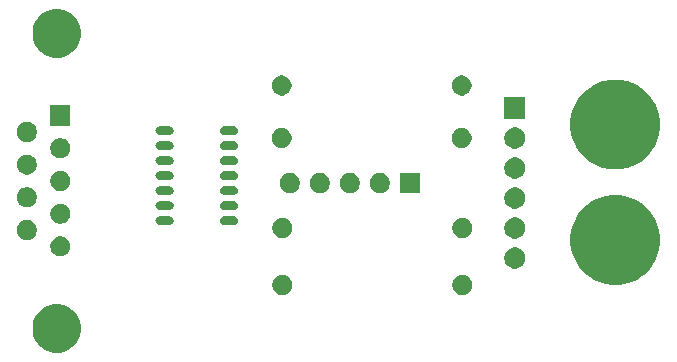
<source format=gbr>
G04 #@! TF.GenerationSoftware,KiCad,Pcbnew,(5.1.5-0-10_14)*
G04 #@! TF.CreationDate,2020-10-19T13:07:17+11:00*
G04 #@! TF.ProjectId,Atari-Tandy Joystick Adapter,41746172-692d-4546-916e-6479204a6f79,rev?*
G04 #@! TF.SameCoordinates,Original*
G04 #@! TF.FileFunction,Soldermask,Top*
G04 #@! TF.FilePolarity,Negative*
%FSLAX46Y46*%
G04 Gerber Fmt 4.6, Leading zero omitted, Abs format (unit mm)*
G04 Created by KiCad (PCBNEW (5.1.5-0-10_14)) date 2020-10-19 13:07:17*
%MOMM*%
%LPD*%
G04 APERTURE LIST*
%ADD10C,0.100000*%
G04 APERTURE END LIST*
D10*
G36*
X60750254Y-64073818D02*
G01*
X61123511Y-64228426D01*
X61123513Y-64228427D01*
X61459436Y-64452884D01*
X61745116Y-64738564D01*
X61969574Y-65074489D01*
X62124182Y-65447746D01*
X62203000Y-65843993D01*
X62203000Y-66248007D01*
X62124182Y-66644254D01*
X61969574Y-67017511D01*
X61969573Y-67017513D01*
X61745116Y-67353436D01*
X61459436Y-67639116D01*
X61123513Y-67863573D01*
X61123512Y-67863574D01*
X61123511Y-67863574D01*
X60750254Y-68018182D01*
X60354007Y-68097000D01*
X59949993Y-68097000D01*
X59553746Y-68018182D01*
X59180489Y-67863574D01*
X59180488Y-67863574D01*
X59180487Y-67863573D01*
X58844564Y-67639116D01*
X58558884Y-67353436D01*
X58334427Y-67017513D01*
X58334426Y-67017511D01*
X58179818Y-66644254D01*
X58101000Y-66248007D01*
X58101000Y-65843993D01*
X58179818Y-65447746D01*
X58334426Y-65074489D01*
X58558884Y-64738564D01*
X58844564Y-64452884D01*
X59180487Y-64228427D01*
X59180489Y-64228426D01*
X59553746Y-64073818D01*
X59949993Y-63995000D01*
X60354007Y-63995000D01*
X60750254Y-64073818D01*
G37*
G36*
X94736228Y-61538703D02*
G01*
X94891100Y-61602853D01*
X95030481Y-61695985D01*
X95149015Y-61814519D01*
X95242147Y-61953900D01*
X95306297Y-62108772D01*
X95339000Y-62273184D01*
X95339000Y-62440816D01*
X95306297Y-62605228D01*
X95242147Y-62760100D01*
X95149015Y-62899481D01*
X95030481Y-63018015D01*
X94891100Y-63111147D01*
X94736228Y-63175297D01*
X94571816Y-63208000D01*
X94404184Y-63208000D01*
X94239772Y-63175297D01*
X94084900Y-63111147D01*
X93945519Y-63018015D01*
X93826985Y-62899481D01*
X93733853Y-62760100D01*
X93669703Y-62605228D01*
X93637000Y-62440816D01*
X93637000Y-62273184D01*
X93669703Y-62108772D01*
X93733853Y-61953900D01*
X93826985Y-61814519D01*
X93945519Y-61695985D01*
X94084900Y-61602853D01*
X94239772Y-61538703D01*
X94404184Y-61506000D01*
X94571816Y-61506000D01*
X94736228Y-61538703D01*
G37*
G36*
X79496228Y-61538703D02*
G01*
X79651100Y-61602853D01*
X79790481Y-61695985D01*
X79909015Y-61814519D01*
X80002147Y-61953900D01*
X80066297Y-62108772D01*
X80099000Y-62273184D01*
X80099000Y-62440816D01*
X80066297Y-62605228D01*
X80002147Y-62760100D01*
X79909015Y-62899481D01*
X79790481Y-63018015D01*
X79651100Y-63111147D01*
X79496228Y-63175297D01*
X79331816Y-63208000D01*
X79164184Y-63208000D01*
X78999772Y-63175297D01*
X78844900Y-63111147D01*
X78705519Y-63018015D01*
X78586985Y-62899481D01*
X78493853Y-62760100D01*
X78429703Y-62605228D01*
X78397000Y-62440816D01*
X78397000Y-62273184D01*
X78429703Y-62108772D01*
X78493853Y-61953900D01*
X78586985Y-61814519D01*
X78705519Y-61695985D01*
X78844900Y-61602853D01*
X78999772Y-61538703D01*
X79164184Y-61506000D01*
X79331816Y-61506000D01*
X79496228Y-61538703D01*
G37*
G36*
X108550710Y-54892070D02*
G01*
X109242447Y-55178597D01*
X109394325Y-55280079D01*
X109864996Y-55594571D01*
X110394429Y-56124004D01*
X110672374Y-56539978D01*
X110810403Y-56746553D01*
X111096930Y-57438290D01*
X111243000Y-58172633D01*
X111243000Y-58921367D01*
X111096930Y-59655710D01*
X110810403Y-60347447D01*
X110810402Y-60347448D01*
X110394429Y-60969996D01*
X109864996Y-61499429D01*
X109570829Y-61695985D01*
X109242447Y-61915403D01*
X108550710Y-62201930D01*
X107816367Y-62348000D01*
X107067633Y-62348000D01*
X106333290Y-62201930D01*
X105641553Y-61915403D01*
X105313171Y-61695985D01*
X105019004Y-61499429D01*
X104489571Y-60969996D01*
X104073598Y-60347448D01*
X104073597Y-60347447D01*
X103787070Y-59655710D01*
X103641000Y-58921367D01*
X103641000Y-58172633D01*
X103787070Y-57438290D01*
X104073597Y-56746553D01*
X104211626Y-56539978D01*
X104489571Y-56124004D01*
X105019004Y-55594571D01*
X105489675Y-55280079D01*
X105641553Y-55178597D01*
X106333290Y-54892070D01*
X107067633Y-54746000D01*
X107816367Y-54746000D01*
X108550710Y-54892070D01*
G37*
G36*
X99046512Y-59174927D02*
G01*
X99195812Y-59204624D01*
X99359784Y-59272544D01*
X99507354Y-59371147D01*
X99632853Y-59496646D01*
X99731456Y-59644216D01*
X99799376Y-59808188D01*
X99834000Y-59982259D01*
X99834000Y-60159741D01*
X99799376Y-60333812D01*
X99731456Y-60497784D01*
X99632853Y-60645354D01*
X99507354Y-60770853D01*
X99359784Y-60869456D01*
X99195812Y-60937376D01*
X99046512Y-60967073D01*
X99021742Y-60972000D01*
X98844258Y-60972000D01*
X98819488Y-60967073D01*
X98670188Y-60937376D01*
X98506216Y-60869456D01*
X98358646Y-60770853D01*
X98233147Y-60645354D01*
X98134544Y-60497784D01*
X98066624Y-60333812D01*
X98032000Y-60159741D01*
X98032000Y-59982259D01*
X98066624Y-59808188D01*
X98134544Y-59644216D01*
X98233147Y-59496646D01*
X98358646Y-59371147D01*
X98506216Y-59272544D01*
X98670188Y-59204624D01*
X98819488Y-59174927D01*
X98844258Y-59170000D01*
X99021742Y-59170000D01*
X99046512Y-59174927D01*
G37*
G36*
X60700228Y-58267703D02*
G01*
X60855100Y-58331853D01*
X60994481Y-58424985D01*
X61113015Y-58543519D01*
X61206147Y-58682900D01*
X61270297Y-58837772D01*
X61303000Y-59002184D01*
X61303000Y-59169816D01*
X61270297Y-59334228D01*
X61206147Y-59489100D01*
X61113015Y-59628481D01*
X60994481Y-59747015D01*
X60855100Y-59840147D01*
X60700228Y-59904297D01*
X60535816Y-59937000D01*
X60368184Y-59937000D01*
X60203772Y-59904297D01*
X60048900Y-59840147D01*
X59909519Y-59747015D01*
X59790985Y-59628481D01*
X59697853Y-59489100D01*
X59633703Y-59334228D01*
X59601000Y-59169816D01*
X59601000Y-59002184D01*
X59633703Y-58837772D01*
X59697853Y-58682900D01*
X59790985Y-58543519D01*
X59909519Y-58424985D01*
X60048900Y-58331853D01*
X60203772Y-58267703D01*
X60368184Y-58235000D01*
X60535816Y-58235000D01*
X60700228Y-58267703D01*
G37*
G36*
X57860228Y-56882703D02*
G01*
X58015100Y-56946853D01*
X58154481Y-57039985D01*
X58273015Y-57158519D01*
X58366147Y-57297900D01*
X58430297Y-57452772D01*
X58463000Y-57617184D01*
X58463000Y-57784816D01*
X58430297Y-57949228D01*
X58366147Y-58104100D01*
X58273015Y-58243481D01*
X58154481Y-58362015D01*
X58015100Y-58455147D01*
X57860228Y-58519297D01*
X57695816Y-58552000D01*
X57528184Y-58552000D01*
X57363772Y-58519297D01*
X57208900Y-58455147D01*
X57069519Y-58362015D01*
X56950985Y-58243481D01*
X56857853Y-58104100D01*
X56793703Y-57949228D01*
X56761000Y-57784816D01*
X56761000Y-57617184D01*
X56793703Y-57452772D01*
X56857853Y-57297900D01*
X56950985Y-57158519D01*
X57069519Y-57039985D01*
X57208900Y-56946853D01*
X57363772Y-56882703D01*
X57528184Y-56850000D01*
X57695816Y-56850000D01*
X57860228Y-56882703D01*
G37*
G36*
X99046512Y-56634927D02*
G01*
X99195812Y-56664624D01*
X99359784Y-56732544D01*
X99507354Y-56831147D01*
X99632853Y-56956646D01*
X99731456Y-57104216D01*
X99799376Y-57268188D01*
X99829073Y-57417488D01*
X99833211Y-57438289D01*
X99834000Y-57442259D01*
X99834000Y-57619741D01*
X99799376Y-57793812D01*
X99731456Y-57957784D01*
X99632853Y-58105354D01*
X99507354Y-58230853D01*
X99359784Y-58329456D01*
X99195812Y-58397376D01*
X99046512Y-58427073D01*
X99021742Y-58432000D01*
X98844258Y-58432000D01*
X98819488Y-58427073D01*
X98670188Y-58397376D01*
X98506216Y-58329456D01*
X98358646Y-58230853D01*
X98233147Y-58105354D01*
X98134544Y-57957784D01*
X98066624Y-57793812D01*
X98032000Y-57619741D01*
X98032000Y-57442259D01*
X98032790Y-57438289D01*
X98036927Y-57417488D01*
X98066624Y-57268188D01*
X98134544Y-57104216D01*
X98233147Y-56956646D01*
X98358646Y-56831147D01*
X98506216Y-56732544D01*
X98670188Y-56664624D01*
X98819488Y-56634927D01*
X98844258Y-56630000D01*
X99021742Y-56630000D01*
X99046512Y-56634927D01*
G37*
G36*
X94736228Y-56712703D02*
G01*
X94891100Y-56776853D01*
X95030481Y-56869985D01*
X95149015Y-56988519D01*
X95242147Y-57127900D01*
X95306297Y-57282772D01*
X95339000Y-57447184D01*
X95339000Y-57614816D01*
X95306297Y-57779228D01*
X95242147Y-57934100D01*
X95149015Y-58073481D01*
X95030481Y-58192015D01*
X94891100Y-58285147D01*
X94736228Y-58349297D01*
X94571816Y-58382000D01*
X94404184Y-58382000D01*
X94239772Y-58349297D01*
X94084900Y-58285147D01*
X93945519Y-58192015D01*
X93826985Y-58073481D01*
X93733853Y-57934100D01*
X93669703Y-57779228D01*
X93637000Y-57614816D01*
X93637000Y-57447184D01*
X93669703Y-57282772D01*
X93733853Y-57127900D01*
X93826985Y-56988519D01*
X93945519Y-56869985D01*
X94084900Y-56776853D01*
X94239772Y-56712703D01*
X94404184Y-56680000D01*
X94571816Y-56680000D01*
X94736228Y-56712703D01*
G37*
G36*
X79496228Y-56712703D02*
G01*
X79651100Y-56776853D01*
X79790481Y-56869985D01*
X79909015Y-56988519D01*
X80002147Y-57127900D01*
X80066297Y-57282772D01*
X80099000Y-57447184D01*
X80099000Y-57614816D01*
X80066297Y-57779228D01*
X80002147Y-57934100D01*
X79909015Y-58073481D01*
X79790481Y-58192015D01*
X79651100Y-58285147D01*
X79496228Y-58349297D01*
X79331816Y-58382000D01*
X79164184Y-58382000D01*
X78999772Y-58349297D01*
X78844900Y-58285147D01*
X78705519Y-58192015D01*
X78586985Y-58073481D01*
X78493853Y-57934100D01*
X78429703Y-57779228D01*
X78397000Y-57614816D01*
X78397000Y-57447184D01*
X78429703Y-57282772D01*
X78493853Y-57127900D01*
X78586985Y-56988519D01*
X78705519Y-56869985D01*
X78844900Y-56776853D01*
X78999772Y-56712703D01*
X79164184Y-56680000D01*
X79331816Y-56680000D01*
X79496228Y-56712703D01*
G37*
G36*
X75227805Y-56550079D02*
G01*
X75293973Y-56570151D01*
X75354946Y-56602742D01*
X75408394Y-56646605D01*
X75452257Y-56700053D01*
X75484848Y-56761026D01*
X75504920Y-56827194D01*
X75511696Y-56896000D01*
X75504920Y-56964806D01*
X75484848Y-57030974D01*
X75452257Y-57091947D01*
X75408394Y-57145395D01*
X75354946Y-57189258D01*
X75293973Y-57221849D01*
X75227805Y-57241921D01*
X75176243Y-57246999D01*
X74291753Y-57246999D01*
X74240191Y-57241921D01*
X74174023Y-57221849D01*
X74113050Y-57189258D01*
X74059602Y-57145395D01*
X74015739Y-57091947D01*
X73983148Y-57030974D01*
X73963076Y-56964806D01*
X73956300Y-56896000D01*
X73963076Y-56827194D01*
X73983148Y-56761026D01*
X74015739Y-56700053D01*
X74059602Y-56646605D01*
X74113050Y-56602742D01*
X74174023Y-56570151D01*
X74240191Y-56550079D01*
X74291753Y-56545001D01*
X75176243Y-56545001D01*
X75227805Y-56550079D01*
G37*
G36*
X69777806Y-56550079D02*
G01*
X69843974Y-56570151D01*
X69904947Y-56602742D01*
X69958395Y-56646605D01*
X70002258Y-56700053D01*
X70034849Y-56761026D01*
X70054921Y-56827194D01*
X70061697Y-56896000D01*
X70054921Y-56964806D01*
X70034849Y-57030974D01*
X70002258Y-57091947D01*
X69958395Y-57145395D01*
X69904947Y-57189258D01*
X69843974Y-57221849D01*
X69777806Y-57241921D01*
X69726244Y-57246999D01*
X68841754Y-57246999D01*
X68790192Y-57241921D01*
X68724024Y-57221849D01*
X68663051Y-57189258D01*
X68609603Y-57145395D01*
X68565740Y-57091947D01*
X68533149Y-57030974D01*
X68513077Y-56964806D01*
X68506301Y-56896000D01*
X68513077Y-56827194D01*
X68533149Y-56761026D01*
X68565740Y-56700053D01*
X68609603Y-56646605D01*
X68663051Y-56602742D01*
X68724024Y-56570151D01*
X68790192Y-56550079D01*
X68841754Y-56545001D01*
X69726244Y-56545001D01*
X69777806Y-56550079D01*
G37*
G36*
X60700228Y-55497703D02*
G01*
X60855100Y-55561853D01*
X60994481Y-55654985D01*
X61113015Y-55773519D01*
X61206147Y-55912900D01*
X61270297Y-56067772D01*
X61303000Y-56232184D01*
X61303000Y-56399816D01*
X61270297Y-56564228D01*
X61206147Y-56719100D01*
X61113015Y-56858481D01*
X60994481Y-56977015D01*
X60855100Y-57070147D01*
X60700228Y-57134297D01*
X60535816Y-57167000D01*
X60368184Y-57167000D01*
X60203772Y-57134297D01*
X60048900Y-57070147D01*
X59909519Y-56977015D01*
X59790985Y-56858481D01*
X59697853Y-56719100D01*
X59633703Y-56564228D01*
X59601000Y-56399816D01*
X59601000Y-56232184D01*
X59633703Y-56067772D01*
X59697853Y-55912900D01*
X59790985Y-55773519D01*
X59909519Y-55654985D01*
X60048900Y-55561853D01*
X60203772Y-55497703D01*
X60368184Y-55465000D01*
X60535816Y-55465000D01*
X60700228Y-55497703D01*
G37*
G36*
X75227805Y-55280079D02*
G01*
X75293973Y-55300151D01*
X75354946Y-55332742D01*
X75408394Y-55376605D01*
X75452257Y-55430053D01*
X75484848Y-55491026D01*
X75484849Y-55491029D01*
X75486874Y-55497705D01*
X75504920Y-55557194D01*
X75511696Y-55626000D01*
X75504920Y-55694806D01*
X75484848Y-55760974D01*
X75452257Y-55821947D01*
X75408394Y-55875395D01*
X75354946Y-55919258D01*
X75293973Y-55951849D01*
X75227805Y-55971921D01*
X75176243Y-55976999D01*
X74291753Y-55976999D01*
X74240191Y-55971921D01*
X74174023Y-55951849D01*
X74113050Y-55919258D01*
X74059602Y-55875395D01*
X74015739Y-55821947D01*
X73983148Y-55760974D01*
X73963076Y-55694806D01*
X73956300Y-55626000D01*
X73963076Y-55557194D01*
X73981122Y-55497705D01*
X73983147Y-55491029D01*
X73983148Y-55491026D01*
X74015739Y-55430053D01*
X74059602Y-55376605D01*
X74113050Y-55332742D01*
X74174023Y-55300151D01*
X74240191Y-55280079D01*
X74291753Y-55275001D01*
X75176243Y-55275001D01*
X75227805Y-55280079D01*
G37*
G36*
X69777806Y-55280079D02*
G01*
X69843974Y-55300151D01*
X69904947Y-55332742D01*
X69958395Y-55376605D01*
X70002258Y-55430053D01*
X70034849Y-55491026D01*
X70034850Y-55491029D01*
X70036875Y-55497705D01*
X70054921Y-55557194D01*
X70061697Y-55626000D01*
X70054921Y-55694806D01*
X70034849Y-55760974D01*
X70002258Y-55821947D01*
X69958395Y-55875395D01*
X69904947Y-55919258D01*
X69843974Y-55951849D01*
X69777806Y-55971921D01*
X69726244Y-55976999D01*
X68841754Y-55976999D01*
X68790192Y-55971921D01*
X68724024Y-55951849D01*
X68663051Y-55919258D01*
X68609603Y-55875395D01*
X68565740Y-55821947D01*
X68533149Y-55760974D01*
X68513077Y-55694806D01*
X68506301Y-55626000D01*
X68513077Y-55557194D01*
X68531123Y-55497705D01*
X68533148Y-55491029D01*
X68533149Y-55491026D01*
X68565740Y-55430053D01*
X68609603Y-55376605D01*
X68663051Y-55332742D01*
X68724024Y-55300151D01*
X68790192Y-55280079D01*
X68841754Y-55275001D01*
X69726244Y-55275001D01*
X69777806Y-55280079D01*
G37*
G36*
X99046512Y-54094927D02*
G01*
X99195812Y-54124624D01*
X99359784Y-54192544D01*
X99507354Y-54291147D01*
X99632853Y-54416646D01*
X99731456Y-54564216D01*
X99799376Y-54728188D01*
X99834000Y-54902259D01*
X99834000Y-55079741D01*
X99799376Y-55253812D01*
X99731456Y-55417784D01*
X99632853Y-55565354D01*
X99507354Y-55690853D01*
X99359784Y-55789456D01*
X99195812Y-55857376D01*
X99046512Y-55887073D01*
X99021742Y-55892000D01*
X98844258Y-55892000D01*
X98819488Y-55887073D01*
X98670188Y-55857376D01*
X98506216Y-55789456D01*
X98358646Y-55690853D01*
X98233147Y-55565354D01*
X98134544Y-55417784D01*
X98066624Y-55253812D01*
X98032000Y-55079741D01*
X98032000Y-54902259D01*
X98066624Y-54728188D01*
X98134544Y-54564216D01*
X98233147Y-54416646D01*
X98358646Y-54291147D01*
X98506216Y-54192544D01*
X98670188Y-54124624D01*
X98819488Y-54094927D01*
X98844258Y-54090000D01*
X99021742Y-54090000D01*
X99046512Y-54094927D01*
G37*
G36*
X57860228Y-54112703D02*
G01*
X58015100Y-54176853D01*
X58154481Y-54269985D01*
X58273015Y-54388519D01*
X58366147Y-54527900D01*
X58430297Y-54682772D01*
X58463000Y-54847184D01*
X58463000Y-55014816D01*
X58430297Y-55179228D01*
X58366147Y-55334100D01*
X58273015Y-55473481D01*
X58154481Y-55592015D01*
X58015100Y-55685147D01*
X57860228Y-55749297D01*
X57695816Y-55782000D01*
X57528184Y-55782000D01*
X57363772Y-55749297D01*
X57208900Y-55685147D01*
X57069519Y-55592015D01*
X56950985Y-55473481D01*
X56857853Y-55334100D01*
X56793703Y-55179228D01*
X56761000Y-55014816D01*
X56761000Y-54847184D01*
X56793703Y-54682772D01*
X56857853Y-54527900D01*
X56950985Y-54388519D01*
X57069519Y-54269985D01*
X57208900Y-54176853D01*
X57363772Y-54112703D01*
X57528184Y-54080000D01*
X57695816Y-54080000D01*
X57860228Y-54112703D01*
G37*
G36*
X69777806Y-54010079D02*
G01*
X69843974Y-54030151D01*
X69904947Y-54062742D01*
X69958395Y-54106605D01*
X70002258Y-54160053D01*
X70034849Y-54221026D01*
X70054921Y-54287194D01*
X70061697Y-54356000D01*
X70054921Y-54424806D01*
X70034849Y-54490974D01*
X70002258Y-54551947D01*
X69958395Y-54605395D01*
X69904947Y-54649258D01*
X69843974Y-54681849D01*
X69843971Y-54681850D01*
X69831655Y-54685586D01*
X69777806Y-54701921D01*
X69726244Y-54706999D01*
X68841754Y-54706999D01*
X68790192Y-54701921D01*
X68736343Y-54685586D01*
X68724027Y-54681850D01*
X68724024Y-54681849D01*
X68663051Y-54649258D01*
X68609603Y-54605395D01*
X68565740Y-54551947D01*
X68533149Y-54490974D01*
X68513077Y-54424806D01*
X68506301Y-54356000D01*
X68513077Y-54287194D01*
X68533149Y-54221026D01*
X68565740Y-54160053D01*
X68609603Y-54106605D01*
X68663051Y-54062742D01*
X68724024Y-54030151D01*
X68790192Y-54010079D01*
X68841754Y-54005001D01*
X69726244Y-54005001D01*
X69777806Y-54010079D01*
G37*
G36*
X75227805Y-54010079D02*
G01*
X75293973Y-54030151D01*
X75354946Y-54062742D01*
X75408394Y-54106605D01*
X75452257Y-54160053D01*
X75484848Y-54221026D01*
X75504920Y-54287194D01*
X75511696Y-54356000D01*
X75504920Y-54424806D01*
X75484848Y-54490974D01*
X75452257Y-54551947D01*
X75408394Y-54605395D01*
X75354946Y-54649258D01*
X75293973Y-54681849D01*
X75293970Y-54681850D01*
X75281654Y-54685586D01*
X75227805Y-54701921D01*
X75176243Y-54706999D01*
X74291753Y-54706999D01*
X74240191Y-54701921D01*
X74186342Y-54685586D01*
X74174026Y-54681850D01*
X74174023Y-54681849D01*
X74113050Y-54649258D01*
X74059602Y-54605395D01*
X74015739Y-54551947D01*
X73983148Y-54490974D01*
X73963076Y-54424806D01*
X73956300Y-54356000D01*
X73963076Y-54287194D01*
X73983148Y-54221026D01*
X74015739Y-54160053D01*
X74059602Y-54106605D01*
X74113050Y-54062742D01*
X74174023Y-54030151D01*
X74240191Y-54010079D01*
X74291753Y-54005001D01*
X75176243Y-54005001D01*
X75227805Y-54010079D01*
G37*
G36*
X80131228Y-52902703D02*
G01*
X80286100Y-52966853D01*
X80425481Y-53059985D01*
X80544015Y-53178519D01*
X80637147Y-53317900D01*
X80701297Y-53472772D01*
X80734000Y-53637184D01*
X80734000Y-53804816D01*
X80701297Y-53969228D01*
X80637147Y-54124100D01*
X80544015Y-54263481D01*
X80425481Y-54382015D01*
X80286100Y-54475147D01*
X80131228Y-54539297D01*
X79966816Y-54572000D01*
X79799184Y-54572000D01*
X79634772Y-54539297D01*
X79479900Y-54475147D01*
X79340519Y-54382015D01*
X79221985Y-54263481D01*
X79128853Y-54124100D01*
X79064703Y-53969228D01*
X79032000Y-53804816D01*
X79032000Y-53637184D01*
X79064703Y-53472772D01*
X79128853Y-53317900D01*
X79221985Y-53178519D01*
X79340519Y-53059985D01*
X79479900Y-52966853D01*
X79634772Y-52902703D01*
X79799184Y-52870000D01*
X79966816Y-52870000D01*
X80131228Y-52902703D01*
G37*
G36*
X90894000Y-54572000D02*
G01*
X89192000Y-54572000D01*
X89192000Y-52870000D01*
X90894000Y-52870000D01*
X90894000Y-54572000D01*
G37*
G36*
X87751228Y-52902703D02*
G01*
X87906100Y-52966853D01*
X88045481Y-53059985D01*
X88164015Y-53178519D01*
X88257147Y-53317900D01*
X88321297Y-53472772D01*
X88354000Y-53637184D01*
X88354000Y-53804816D01*
X88321297Y-53969228D01*
X88257147Y-54124100D01*
X88164015Y-54263481D01*
X88045481Y-54382015D01*
X87906100Y-54475147D01*
X87751228Y-54539297D01*
X87586816Y-54572000D01*
X87419184Y-54572000D01*
X87254772Y-54539297D01*
X87099900Y-54475147D01*
X86960519Y-54382015D01*
X86841985Y-54263481D01*
X86748853Y-54124100D01*
X86684703Y-53969228D01*
X86652000Y-53804816D01*
X86652000Y-53637184D01*
X86684703Y-53472772D01*
X86748853Y-53317900D01*
X86841985Y-53178519D01*
X86960519Y-53059985D01*
X87099900Y-52966853D01*
X87254772Y-52902703D01*
X87419184Y-52870000D01*
X87586816Y-52870000D01*
X87751228Y-52902703D01*
G37*
G36*
X85211228Y-52902703D02*
G01*
X85366100Y-52966853D01*
X85505481Y-53059985D01*
X85624015Y-53178519D01*
X85717147Y-53317900D01*
X85781297Y-53472772D01*
X85814000Y-53637184D01*
X85814000Y-53804816D01*
X85781297Y-53969228D01*
X85717147Y-54124100D01*
X85624015Y-54263481D01*
X85505481Y-54382015D01*
X85366100Y-54475147D01*
X85211228Y-54539297D01*
X85046816Y-54572000D01*
X84879184Y-54572000D01*
X84714772Y-54539297D01*
X84559900Y-54475147D01*
X84420519Y-54382015D01*
X84301985Y-54263481D01*
X84208853Y-54124100D01*
X84144703Y-53969228D01*
X84112000Y-53804816D01*
X84112000Y-53637184D01*
X84144703Y-53472772D01*
X84208853Y-53317900D01*
X84301985Y-53178519D01*
X84420519Y-53059985D01*
X84559900Y-52966853D01*
X84714772Y-52902703D01*
X84879184Y-52870000D01*
X85046816Y-52870000D01*
X85211228Y-52902703D01*
G37*
G36*
X82671228Y-52902703D02*
G01*
X82826100Y-52966853D01*
X82965481Y-53059985D01*
X83084015Y-53178519D01*
X83177147Y-53317900D01*
X83241297Y-53472772D01*
X83274000Y-53637184D01*
X83274000Y-53804816D01*
X83241297Y-53969228D01*
X83177147Y-54124100D01*
X83084015Y-54263481D01*
X82965481Y-54382015D01*
X82826100Y-54475147D01*
X82671228Y-54539297D01*
X82506816Y-54572000D01*
X82339184Y-54572000D01*
X82174772Y-54539297D01*
X82019900Y-54475147D01*
X81880519Y-54382015D01*
X81761985Y-54263481D01*
X81668853Y-54124100D01*
X81604703Y-53969228D01*
X81572000Y-53804816D01*
X81572000Y-53637184D01*
X81604703Y-53472772D01*
X81668853Y-53317900D01*
X81761985Y-53178519D01*
X81880519Y-53059985D01*
X82019900Y-52966853D01*
X82174772Y-52902703D01*
X82339184Y-52870000D01*
X82506816Y-52870000D01*
X82671228Y-52902703D01*
G37*
G36*
X60700228Y-52727703D02*
G01*
X60855100Y-52791853D01*
X60994481Y-52884985D01*
X61113015Y-53003519D01*
X61206147Y-53142900D01*
X61270297Y-53297772D01*
X61303000Y-53462184D01*
X61303000Y-53629816D01*
X61270297Y-53794228D01*
X61206147Y-53949100D01*
X61113015Y-54088481D01*
X60994481Y-54207015D01*
X60855100Y-54300147D01*
X60700228Y-54364297D01*
X60535816Y-54397000D01*
X60368184Y-54397000D01*
X60203772Y-54364297D01*
X60048900Y-54300147D01*
X59909519Y-54207015D01*
X59790985Y-54088481D01*
X59697853Y-53949100D01*
X59633703Y-53794228D01*
X59601000Y-53629816D01*
X59601000Y-53462184D01*
X59633703Y-53297772D01*
X59697853Y-53142900D01*
X59790985Y-53003519D01*
X59909519Y-52884985D01*
X60048900Y-52791853D01*
X60203772Y-52727703D01*
X60368184Y-52695000D01*
X60535816Y-52695000D01*
X60700228Y-52727703D01*
G37*
G36*
X75227805Y-52740079D02*
G01*
X75293973Y-52760151D01*
X75354946Y-52792742D01*
X75408394Y-52836605D01*
X75452257Y-52890053D01*
X75484848Y-52951026D01*
X75504920Y-53017194D01*
X75511696Y-53086000D01*
X75504920Y-53154806D01*
X75484848Y-53220974D01*
X75452257Y-53281947D01*
X75408394Y-53335395D01*
X75354946Y-53379258D01*
X75293973Y-53411849D01*
X75227805Y-53431921D01*
X75176243Y-53436999D01*
X74291753Y-53436999D01*
X74240191Y-53431921D01*
X74174023Y-53411849D01*
X74113050Y-53379258D01*
X74059602Y-53335395D01*
X74015739Y-53281947D01*
X73983148Y-53220974D01*
X73963076Y-53154806D01*
X73956300Y-53086000D01*
X73963076Y-53017194D01*
X73983148Y-52951026D01*
X74015739Y-52890053D01*
X74059602Y-52836605D01*
X74113050Y-52792742D01*
X74174023Y-52760151D01*
X74240191Y-52740079D01*
X74291753Y-52735001D01*
X75176243Y-52735001D01*
X75227805Y-52740079D01*
G37*
G36*
X69777806Y-52740079D02*
G01*
X69843974Y-52760151D01*
X69904947Y-52792742D01*
X69958395Y-52836605D01*
X70002258Y-52890053D01*
X70034849Y-52951026D01*
X70054921Y-53017194D01*
X70061697Y-53086000D01*
X70054921Y-53154806D01*
X70034849Y-53220974D01*
X70002258Y-53281947D01*
X69958395Y-53335395D01*
X69904947Y-53379258D01*
X69843974Y-53411849D01*
X69777806Y-53431921D01*
X69726244Y-53436999D01*
X68841754Y-53436999D01*
X68790192Y-53431921D01*
X68724024Y-53411849D01*
X68663051Y-53379258D01*
X68609603Y-53335395D01*
X68565740Y-53281947D01*
X68533149Y-53220974D01*
X68513077Y-53154806D01*
X68506301Y-53086000D01*
X68513077Y-53017194D01*
X68533149Y-52951026D01*
X68565740Y-52890053D01*
X68609603Y-52836605D01*
X68663051Y-52792742D01*
X68724024Y-52760151D01*
X68790192Y-52740079D01*
X68841754Y-52735001D01*
X69726244Y-52735001D01*
X69777806Y-52740079D01*
G37*
G36*
X99046512Y-51554927D02*
G01*
X99195812Y-51584624D01*
X99359784Y-51652544D01*
X99507354Y-51751147D01*
X99632853Y-51876646D01*
X99731456Y-52024216D01*
X99799376Y-52188188D01*
X99834000Y-52362259D01*
X99834000Y-52539741D01*
X99799376Y-52713812D01*
X99731456Y-52877784D01*
X99632853Y-53025354D01*
X99507354Y-53150853D01*
X99359784Y-53249456D01*
X99195812Y-53317376D01*
X99046512Y-53347073D01*
X99021742Y-53352000D01*
X98844258Y-53352000D01*
X98819488Y-53347073D01*
X98670188Y-53317376D01*
X98506216Y-53249456D01*
X98358646Y-53150853D01*
X98233147Y-53025354D01*
X98134544Y-52877784D01*
X98066624Y-52713812D01*
X98032000Y-52539741D01*
X98032000Y-52362259D01*
X98066624Y-52188188D01*
X98134544Y-52024216D01*
X98233147Y-51876646D01*
X98358646Y-51751147D01*
X98506216Y-51652544D01*
X98670188Y-51584624D01*
X98819488Y-51554927D01*
X98844258Y-51550000D01*
X99021742Y-51550000D01*
X99046512Y-51554927D01*
G37*
G36*
X57860228Y-51342703D02*
G01*
X58015100Y-51406853D01*
X58154481Y-51499985D01*
X58273015Y-51618519D01*
X58366147Y-51757900D01*
X58430297Y-51912772D01*
X58463000Y-52077184D01*
X58463000Y-52244816D01*
X58430297Y-52409228D01*
X58366147Y-52564100D01*
X58273015Y-52703481D01*
X58154481Y-52822015D01*
X58015100Y-52915147D01*
X57860228Y-52979297D01*
X57695816Y-53012000D01*
X57528184Y-53012000D01*
X57363772Y-52979297D01*
X57208900Y-52915147D01*
X57069519Y-52822015D01*
X56950985Y-52703481D01*
X56857853Y-52564100D01*
X56793703Y-52409228D01*
X56761000Y-52244816D01*
X56761000Y-52077184D01*
X56793703Y-51912772D01*
X56857853Y-51757900D01*
X56950985Y-51618519D01*
X57069519Y-51499985D01*
X57208900Y-51406853D01*
X57363772Y-51342703D01*
X57528184Y-51310000D01*
X57695816Y-51310000D01*
X57860228Y-51342703D01*
G37*
G36*
X108550710Y-45113070D02*
G01*
X109242447Y-45399597D01*
X109242448Y-45399598D01*
X109864996Y-45815571D01*
X110394429Y-46345004D01*
X110672374Y-46760978D01*
X110810403Y-46967553D01*
X111096930Y-47659290D01*
X111243000Y-48393633D01*
X111243000Y-49142367D01*
X111096930Y-49876710D01*
X110810403Y-50568447D01*
X110745790Y-50665147D01*
X110394429Y-51190996D01*
X109864996Y-51720429D01*
X109577134Y-51912772D01*
X109242447Y-52136403D01*
X108550710Y-52422930D01*
X107816367Y-52569000D01*
X107067633Y-52569000D01*
X106333290Y-52422930D01*
X105641553Y-52136403D01*
X105306866Y-51912772D01*
X105019004Y-51720429D01*
X104489571Y-51190996D01*
X104138210Y-50665147D01*
X104073597Y-50568447D01*
X103787070Y-49876710D01*
X103641000Y-49142367D01*
X103641000Y-48393633D01*
X103787070Y-47659290D01*
X104073597Y-46967553D01*
X104211626Y-46760978D01*
X104489571Y-46345004D01*
X105019004Y-45815571D01*
X105641552Y-45399598D01*
X105641553Y-45399597D01*
X106333290Y-45113070D01*
X107067633Y-44967000D01*
X107816367Y-44967000D01*
X108550710Y-45113070D01*
G37*
G36*
X69777806Y-51470079D02*
G01*
X69843974Y-51490151D01*
X69904947Y-51522742D01*
X69958395Y-51566605D01*
X70002258Y-51620053D01*
X70034849Y-51681026D01*
X70054921Y-51747194D01*
X70061697Y-51816000D01*
X70054921Y-51884806D01*
X70034849Y-51950974D01*
X70002258Y-52011947D01*
X69958395Y-52065395D01*
X69904947Y-52109258D01*
X69843974Y-52141849D01*
X69777806Y-52161921D01*
X69726244Y-52166999D01*
X68841754Y-52166999D01*
X68790192Y-52161921D01*
X68724024Y-52141849D01*
X68663051Y-52109258D01*
X68609603Y-52065395D01*
X68565740Y-52011947D01*
X68533149Y-51950974D01*
X68513077Y-51884806D01*
X68506301Y-51816000D01*
X68513077Y-51747194D01*
X68533149Y-51681026D01*
X68565740Y-51620053D01*
X68609603Y-51566605D01*
X68663051Y-51522742D01*
X68724024Y-51490151D01*
X68790192Y-51470079D01*
X68841754Y-51465001D01*
X69726244Y-51465001D01*
X69777806Y-51470079D01*
G37*
G36*
X75227805Y-51470079D02*
G01*
X75293973Y-51490151D01*
X75354946Y-51522742D01*
X75408394Y-51566605D01*
X75452257Y-51620053D01*
X75484848Y-51681026D01*
X75504920Y-51747194D01*
X75511696Y-51816000D01*
X75504920Y-51884806D01*
X75484848Y-51950974D01*
X75452257Y-52011947D01*
X75408394Y-52065395D01*
X75354946Y-52109258D01*
X75293973Y-52141849D01*
X75227805Y-52161921D01*
X75176243Y-52166999D01*
X74291753Y-52166999D01*
X74240191Y-52161921D01*
X74174023Y-52141849D01*
X74113050Y-52109258D01*
X74059602Y-52065395D01*
X74015739Y-52011947D01*
X73983148Y-51950974D01*
X73963076Y-51884806D01*
X73956300Y-51816000D01*
X73963076Y-51747194D01*
X73983148Y-51681026D01*
X74015739Y-51620053D01*
X74059602Y-51566605D01*
X74113050Y-51522742D01*
X74174023Y-51490151D01*
X74240191Y-51470079D01*
X74291753Y-51465001D01*
X75176243Y-51465001D01*
X75227805Y-51470079D01*
G37*
G36*
X60700228Y-49957703D02*
G01*
X60855100Y-50021853D01*
X60994481Y-50114985D01*
X61113015Y-50233519D01*
X61206147Y-50372900D01*
X61270297Y-50527772D01*
X61303000Y-50692184D01*
X61303000Y-50859816D01*
X61270297Y-51024228D01*
X61206147Y-51179100D01*
X61113015Y-51318481D01*
X60994481Y-51437015D01*
X60855100Y-51530147D01*
X60700228Y-51594297D01*
X60535816Y-51627000D01*
X60368184Y-51627000D01*
X60203772Y-51594297D01*
X60048900Y-51530147D01*
X59909519Y-51437015D01*
X59790985Y-51318481D01*
X59697853Y-51179100D01*
X59633703Y-51024228D01*
X59601000Y-50859816D01*
X59601000Y-50692184D01*
X59633703Y-50527772D01*
X59697853Y-50372900D01*
X59790985Y-50233519D01*
X59909519Y-50114985D01*
X60048900Y-50021853D01*
X60203772Y-49957703D01*
X60368184Y-49925000D01*
X60535816Y-49925000D01*
X60700228Y-49957703D01*
G37*
G36*
X75227805Y-50200079D02*
G01*
X75293973Y-50220151D01*
X75354946Y-50252742D01*
X75408394Y-50296605D01*
X75452257Y-50350053D01*
X75484848Y-50411026D01*
X75504920Y-50477194D01*
X75511696Y-50546000D01*
X75504920Y-50614806D01*
X75484848Y-50680974D01*
X75452257Y-50741947D01*
X75408394Y-50795395D01*
X75354946Y-50839258D01*
X75293973Y-50871849D01*
X75227805Y-50891921D01*
X75176243Y-50896999D01*
X74291753Y-50896999D01*
X74240191Y-50891921D01*
X74174023Y-50871849D01*
X74113050Y-50839258D01*
X74059602Y-50795395D01*
X74015739Y-50741947D01*
X73983148Y-50680974D01*
X73963076Y-50614806D01*
X73956300Y-50546000D01*
X73963076Y-50477194D01*
X73983148Y-50411026D01*
X74015739Y-50350053D01*
X74059602Y-50296605D01*
X74113050Y-50252742D01*
X74174023Y-50220151D01*
X74240191Y-50200079D01*
X74291753Y-50195001D01*
X75176243Y-50195001D01*
X75227805Y-50200079D01*
G37*
G36*
X69777806Y-50200079D02*
G01*
X69843974Y-50220151D01*
X69904947Y-50252742D01*
X69958395Y-50296605D01*
X70002258Y-50350053D01*
X70034849Y-50411026D01*
X70054921Y-50477194D01*
X70061697Y-50546000D01*
X70054921Y-50614806D01*
X70034849Y-50680974D01*
X70002258Y-50741947D01*
X69958395Y-50795395D01*
X69904947Y-50839258D01*
X69843974Y-50871849D01*
X69777806Y-50891921D01*
X69726244Y-50896999D01*
X68841754Y-50896999D01*
X68790192Y-50891921D01*
X68724024Y-50871849D01*
X68663051Y-50839258D01*
X68609603Y-50795395D01*
X68565740Y-50741947D01*
X68533149Y-50680974D01*
X68513077Y-50614806D01*
X68506301Y-50546000D01*
X68513077Y-50477194D01*
X68533149Y-50411026D01*
X68565740Y-50350053D01*
X68609603Y-50296605D01*
X68663051Y-50252742D01*
X68724024Y-50220151D01*
X68790192Y-50200079D01*
X68841754Y-50195001D01*
X69726244Y-50195001D01*
X69777806Y-50200079D01*
G37*
G36*
X99046512Y-49014927D02*
G01*
X99195812Y-49044624D01*
X99359784Y-49112544D01*
X99507354Y-49211147D01*
X99632853Y-49336646D01*
X99731456Y-49484216D01*
X99799376Y-49648188D01*
X99834000Y-49822259D01*
X99834000Y-49999741D01*
X99799376Y-50173812D01*
X99731456Y-50337784D01*
X99632853Y-50485354D01*
X99507354Y-50610853D01*
X99359784Y-50709456D01*
X99195812Y-50777376D01*
X99046512Y-50807073D01*
X99021742Y-50812000D01*
X98844258Y-50812000D01*
X98819488Y-50807073D01*
X98670188Y-50777376D01*
X98506216Y-50709456D01*
X98358646Y-50610853D01*
X98233147Y-50485354D01*
X98134544Y-50337784D01*
X98066624Y-50173812D01*
X98032000Y-49999741D01*
X98032000Y-49822259D01*
X98066624Y-49648188D01*
X98134544Y-49484216D01*
X98233147Y-49336646D01*
X98358646Y-49211147D01*
X98506216Y-49112544D01*
X98670188Y-49044624D01*
X98819488Y-49014927D01*
X98844258Y-49010000D01*
X99021742Y-49010000D01*
X99046512Y-49014927D01*
G37*
G36*
X94672728Y-49092703D02*
G01*
X94827600Y-49156853D01*
X94966981Y-49249985D01*
X95085515Y-49368519D01*
X95178647Y-49507900D01*
X95242797Y-49662772D01*
X95275500Y-49827184D01*
X95275500Y-49994816D01*
X95242797Y-50159228D01*
X95178647Y-50314100D01*
X95085515Y-50453481D01*
X94966981Y-50572015D01*
X94827600Y-50665147D01*
X94672728Y-50729297D01*
X94508316Y-50762000D01*
X94340684Y-50762000D01*
X94176272Y-50729297D01*
X94021400Y-50665147D01*
X93882019Y-50572015D01*
X93763485Y-50453481D01*
X93670353Y-50314100D01*
X93606203Y-50159228D01*
X93573500Y-49994816D01*
X93573500Y-49827184D01*
X93606203Y-49662772D01*
X93670353Y-49507900D01*
X93763485Y-49368519D01*
X93882019Y-49249985D01*
X94021400Y-49156853D01*
X94176272Y-49092703D01*
X94340684Y-49060000D01*
X94508316Y-49060000D01*
X94672728Y-49092703D01*
G37*
G36*
X79432728Y-49092703D02*
G01*
X79587600Y-49156853D01*
X79726981Y-49249985D01*
X79845515Y-49368519D01*
X79938647Y-49507900D01*
X80002797Y-49662772D01*
X80035500Y-49827184D01*
X80035500Y-49994816D01*
X80002797Y-50159228D01*
X79938647Y-50314100D01*
X79845515Y-50453481D01*
X79726981Y-50572015D01*
X79587600Y-50665147D01*
X79432728Y-50729297D01*
X79268316Y-50762000D01*
X79100684Y-50762000D01*
X78936272Y-50729297D01*
X78781400Y-50665147D01*
X78642019Y-50572015D01*
X78523485Y-50453481D01*
X78430353Y-50314100D01*
X78366203Y-50159228D01*
X78333500Y-49994816D01*
X78333500Y-49827184D01*
X78366203Y-49662772D01*
X78430353Y-49507900D01*
X78523485Y-49368519D01*
X78642019Y-49249985D01*
X78781400Y-49156853D01*
X78936272Y-49092703D01*
X79100684Y-49060000D01*
X79268316Y-49060000D01*
X79432728Y-49092703D01*
G37*
G36*
X57860228Y-48572703D02*
G01*
X58015100Y-48636853D01*
X58154481Y-48729985D01*
X58273015Y-48848519D01*
X58366147Y-48987900D01*
X58430297Y-49142772D01*
X58463000Y-49307184D01*
X58463000Y-49474816D01*
X58430297Y-49639228D01*
X58366147Y-49794100D01*
X58273015Y-49933481D01*
X58154481Y-50052015D01*
X58015100Y-50145147D01*
X57860228Y-50209297D01*
X57695816Y-50242000D01*
X57528184Y-50242000D01*
X57363772Y-50209297D01*
X57208900Y-50145147D01*
X57069519Y-50052015D01*
X56950985Y-49933481D01*
X56857853Y-49794100D01*
X56793703Y-49639228D01*
X56761000Y-49474816D01*
X56761000Y-49307184D01*
X56793703Y-49142772D01*
X56857853Y-48987900D01*
X56950985Y-48848519D01*
X57069519Y-48729985D01*
X57208900Y-48636853D01*
X57363772Y-48572703D01*
X57528184Y-48540000D01*
X57695816Y-48540000D01*
X57860228Y-48572703D01*
G37*
G36*
X75227805Y-48930079D02*
G01*
X75293973Y-48950151D01*
X75354946Y-48982742D01*
X75408394Y-49026605D01*
X75452257Y-49080053D01*
X75484848Y-49141026D01*
X75484849Y-49141029D01*
X75485255Y-49142367D01*
X75504920Y-49207194D01*
X75511696Y-49276000D01*
X75504920Y-49344806D01*
X75484848Y-49410974D01*
X75452257Y-49471947D01*
X75408394Y-49525395D01*
X75354946Y-49569258D01*
X75293973Y-49601849D01*
X75227805Y-49621921D01*
X75176243Y-49626999D01*
X74291753Y-49626999D01*
X74240191Y-49621921D01*
X74174023Y-49601849D01*
X74113050Y-49569258D01*
X74059602Y-49525395D01*
X74015739Y-49471947D01*
X73983148Y-49410974D01*
X73963076Y-49344806D01*
X73956300Y-49276000D01*
X73963076Y-49207194D01*
X73982741Y-49142367D01*
X73983147Y-49141029D01*
X73983148Y-49141026D01*
X74015739Y-49080053D01*
X74059602Y-49026605D01*
X74113050Y-48982742D01*
X74174023Y-48950151D01*
X74240191Y-48930079D01*
X74291753Y-48925001D01*
X75176243Y-48925001D01*
X75227805Y-48930079D01*
G37*
G36*
X69777806Y-48930079D02*
G01*
X69843974Y-48950151D01*
X69904947Y-48982742D01*
X69958395Y-49026605D01*
X70002258Y-49080053D01*
X70034849Y-49141026D01*
X70034850Y-49141029D01*
X70035256Y-49142367D01*
X70054921Y-49207194D01*
X70061697Y-49276000D01*
X70054921Y-49344806D01*
X70034849Y-49410974D01*
X70002258Y-49471947D01*
X69958395Y-49525395D01*
X69904947Y-49569258D01*
X69843974Y-49601849D01*
X69777806Y-49621921D01*
X69726244Y-49626999D01*
X68841754Y-49626999D01*
X68790192Y-49621921D01*
X68724024Y-49601849D01*
X68663051Y-49569258D01*
X68609603Y-49525395D01*
X68565740Y-49471947D01*
X68533149Y-49410974D01*
X68513077Y-49344806D01*
X68506301Y-49276000D01*
X68513077Y-49207194D01*
X68532742Y-49142367D01*
X68533148Y-49141029D01*
X68533149Y-49141026D01*
X68565740Y-49080053D01*
X68609603Y-49026605D01*
X68663051Y-48982742D01*
X68724024Y-48950151D01*
X68790192Y-48930079D01*
X68841754Y-48925001D01*
X69726244Y-48925001D01*
X69777806Y-48930079D01*
G37*
G36*
X61303000Y-48857000D02*
G01*
X59601000Y-48857000D01*
X59601000Y-47155000D01*
X61303000Y-47155000D01*
X61303000Y-48857000D01*
G37*
G36*
X99834000Y-48272000D02*
G01*
X98032000Y-48272000D01*
X98032000Y-46470000D01*
X99834000Y-46470000D01*
X99834000Y-48272000D01*
G37*
G36*
X79432728Y-44647703D02*
G01*
X79587600Y-44711853D01*
X79726981Y-44804985D01*
X79845515Y-44923519D01*
X79938647Y-45062900D01*
X80002797Y-45217772D01*
X80035500Y-45382184D01*
X80035500Y-45549816D01*
X80002797Y-45714228D01*
X79938647Y-45869100D01*
X79845515Y-46008481D01*
X79726981Y-46127015D01*
X79587600Y-46220147D01*
X79432728Y-46284297D01*
X79268316Y-46317000D01*
X79100684Y-46317000D01*
X78936272Y-46284297D01*
X78781400Y-46220147D01*
X78642019Y-46127015D01*
X78523485Y-46008481D01*
X78430353Y-45869100D01*
X78366203Y-45714228D01*
X78333500Y-45549816D01*
X78333500Y-45382184D01*
X78366203Y-45217772D01*
X78430353Y-45062900D01*
X78523485Y-44923519D01*
X78642019Y-44804985D01*
X78781400Y-44711853D01*
X78936272Y-44647703D01*
X79100684Y-44615000D01*
X79268316Y-44615000D01*
X79432728Y-44647703D01*
G37*
G36*
X94672728Y-44647703D02*
G01*
X94827600Y-44711853D01*
X94966981Y-44804985D01*
X95085515Y-44923519D01*
X95178647Y-45062900D01*
X95242797Y-45217772D01*
X95275500Y-45382184D01*
X95275500Y-45549816D01*
X95242797Y-45714228D01*
X95178647Y-45869100D01*
X95085515Y-46008481D01*
X94966981Y-46127015D01*
X94827600Y-46220147D01*
X94672728Y-46284297D01*
X94508316Y-46317000D01*
X94340684Y-46317000D01*
X94176272Y-46284297D01*
X94021400Y-46220147D01*
X93882019Y-46127015D01*
X93763485Y-46008481D01*
X93670353Y-45869100D01*
X93606203Y-45714228D01*
X93573500Y-45549816D01*
X93573500Y-45382184D01*
X93606203Y-45217772D01*
X93670353Y-45062900D01*
X93763485Y-44923519D01*
X93882019Y-44804985D01*
X94021400Y-44711853D01*
X94176272Y-44647703D01*
X94340684Y-44615000D01*
X94508316Y-44615000D01*
X94672728Y-44647703D01*
G37*
G36*
X60750254Y-39073818D02*
G01*
X61123511Y-39228426D01*
X61123513Y-39228427D01*
X61459436Y-39452884D01*
X61745116Y-39738564D01*
X61969574Y-40074489D01*
X62124182Y-40447746D01*
X62203000Y-40843993D01*
X62203000Y-41248007D01*
X62124182Y-41644254D01*
X61969574Y-42017511D01*
X61969573Y-42017513D01*
X61745116Y-42353436D01*
X61459436Y-42639116D01*
X61123513Y-42863573D01*
X61123512Y-42863574D01*
X61123511Y-42863574D01*
X60750254Y-43018182D01*
X60354007Y-43097000D01*
X59949993Y-43097000D01*
X59553746Y-43018182D01*
X59180489Y-42863574D01*
X59180488Y-42863574D01*
X59180487Y-42863573D01*
X58844564Y-42639116D01*
X58558884Y-42353436D01*
X58334427Y-42017513D01*
X58334426Y-42017511D01*
X58179818Y-41644254D01*
X58101000Y-41248007D01*
X58101000Y-40843993D01*
X58179818Y-40447746D01*
X58334426Y-40074489D01*
X58558884Y-39738564D01*
X58844564Y-39452884D01*
X59180487Y-39228427D01*
X59180489Y-39228426D01*
X59553746Y-39073818D01*
X59949993Y-38995000D01*
X60354007Y-38995000D01*
X60750254Y-39073818D01*
G37*
M02*

</source>
